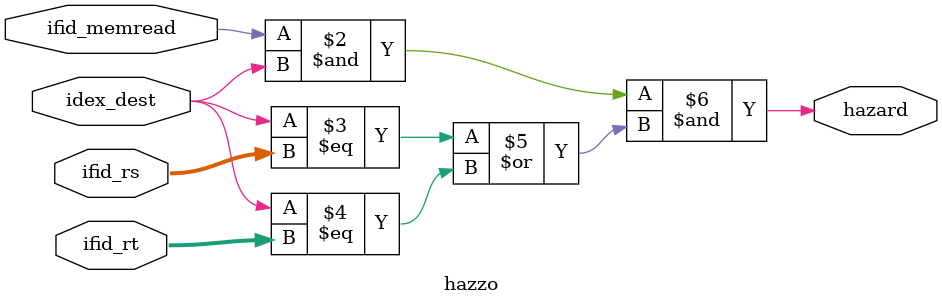
<source format=sv>

`include "../rtl/struct.sv"

module hazzo(

input logic ifid_memread,
input logic idex_dest,
input logic [4:0] ifid_rs,
input logic [4:0] ifid_rt,

output logic hazard
);



assign hazard = ifid_memread & (idex_dest != 0) & ((idex_dest == ifid_rs) | (idex_dest == ifid_rt));

endmodule


</source>
